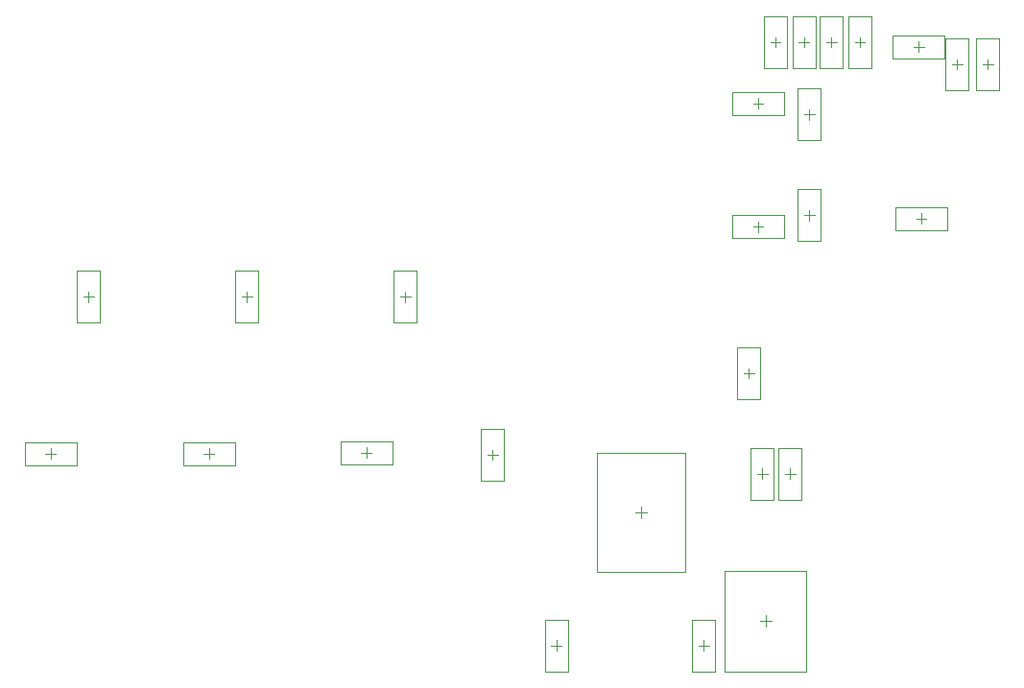
<source format=gbr>
%TF.GenerationSoftware,Altium Limited,Altium Designer,22.0.2 (36)*%
G04 Layer_Color=32768*
%FSLAX45Y45*%
%MOMM*%
%TF.SameCoordinates,D2D0E374-18DE-4B15-8EA8-0B9E4DC8859C*%
%TF.FilePolarity,Positive*%
%TF.FileFunction,Other,Mechanical_15*%
%TF.Part,Single*%
G01*
G75*
%TA.AperFunction,NonConductor*%
%ADD63C,0.10000*%
%ADD83C,0.05000*%
D63*
X8885000Y6717500D02*
X8975000D01*
X8930000Y6672500D02*
Y6762500D01*
X6997500Y2522500D02*
Y2622500D01*
X6947500Y2572500D02*
X7047500D01*
X7905000Y3796500D02*
X7995000D01*
X7950000Y3751500D02*
Y3841501D01*
X6207305Y1396120D02*
X6297304D01*
X6252304Y1351119D02*
Y1441120D01*
X1790042Y3042917D02*
Y3132917D01*
X1745042Y3087917D02*
X1835042D01*
X3187042Y3042917D02*
Y3132917D01*
X3142042Y3087917D02*
X3232042D01*
X9449734Y6633500D02*
Y6723500D01*
X9404734Y6678500D02*
X9494734D01*
X4574542Y3053800D02*
Y3143800D01*
X4529542Y3098800D02*
X4619542D01*
X8031500Y5045761D02*
Y5135761D01*
X7986500Y5090761D02*
X8076500D01*
X8031499Y6135760D02*
Y6225760D01*
X7986499Y6180760D02*
X8076499D01*
X8270835Y2910000D02*
X8360835D01*
X8315835Y2865000D02*
Y2955000D01*
X8070000Y2865000D02*
Y2955000D01*
X8025000Y2910000D02*
X8115000D01*
X7552684Y1351119D02*
Y1441120D01*
X7507685Y1396120D02*
X7597684D01*
X4874542Y4472355D02*
X4964542D01*
X4919542Y4427355D02*
Y4517355D01*
X3477542Y4472355D02*
X3567542D01*
X3522542Y4427355D02*
Y4517355D01*
X2080542Y4472355D02*
X2170542D01*
X2125542Y4427355D02*
Y4517355D01*
X10060000Y6480000D02*
Y6570000D01*
X10015000Y6525000D02*
X10105000D01*
X9425500Y5164760D02*
X9515500D01*
X9470500Y5119760D02*
Y5209760D01*
X8483619Y6035260D02*
Y6125260D01*
X8438619Y6080260D02*
X8528619D01*
X8483620Y5146260D02*
Y5236261D01*
X8438620Y5191260D02*
X8528620D01*
X8098284Y1562500D02*
Y1662500D01*
X8048284Y1612500D02*
X8148284D01*
X5690000Y3033600D02*
Y3123600D01*
X5645000Y3078600D02*
X5735000D01*
X8435000Y6672500D02*
Y6762500D01*
X8390000Y6717500D02*
X8480000D01*
X9742500Y6525000D02*
X9832500D01*
X9787500Y6480000D02*
Y6570000D01*
X8635000Y6717500D02*
X8725000D01*
X8680000Y6672500D02*
Y6762500D01*
X8140000Y6717500D02*
X8230000D01*
X8185000Y6672500D02*
Y6762500D01*
D83*
X9031600Y6488900D02*
Y6946100D01*
X8828400D02*
X9031600D01*
X8828400Y6488900D02*
X9031600D01*
X8828400D02*
Y6946100D01*
X6610000Y2047500D02*
X7385000D01*
X6610000Y3097500D02*
X7385000D01*
Y2047500D02*
Y3097500D01*
X6610000Y2047500D02*
Y3097500D01*
X8051600Y3567900D02*
Y4025100D01*
X7848400D02*
X8051600D01*
X7848400Y3567900D02*
X8051600D01*
X7848400D02*
Y4025100D01*
X6353904Y1167520D02*
Y1624720D01*
X6150704D02*
X6353904D01*
X6150704Y1167520D02*
X6353904D01*
X6150704D02*
Y1624720D01*
X1561442Y2986317D02*
X2018642D01*
X1561442Y3189517D02*
X2018642D01*
Y2986317D02*
Y3189517D01*
X1561442Y2986317D02*
Y3189517D01*
X2958442Y2986317D02*
X3415642D01*
X2958442Y3189517D02*
X3415642D01*
Y2986317D02*
Y3189517D01*
X2958442Y2986317D02*
Y3189517D01*
X9221134Y6576900D02*
X9678334D01*
X9221134Y6780100D02*
X9678334D01*
Y6576900D02*
Y6780100D01*
X9221134Y6576900D02*
Y6780100D01*
X4345942Y2997200D02*
X4803142D01*
X4345942Y3200400D02*
X4803142D01*
Y2997200D02*
Y3200400D01*
X4345942Y2997200D02*
Y3200400D01*
X7802900Y4989161D02*
X8260100D01*
X7802900Y5192361D02*
X8260100D01*
Y4989161D02*
Y5192361D01*
X7802900Y4989161D02*
Y5192361D01*
X7802899Y6079160D02*
X8260099D01*
X7802899Y6282360D02*
X8260099D01*
Y6079160D02*
Y6282360D01*
X7802899Y6079160D02*
Y6282360D01*
X8417435Y2681400D02*
Y3138600D01*
X8214235Y2681400D02*
Y3138600D01*
X8417435D01*
X8214235Y2681400D02*
X8417435D01*
X7968400Y3138600D02*
X8171600D01*
X7968400Y2681400D02*
X8171600D01*
Y3138600D01*
X7968400Y2681400D02*
Y3138600D01*
X7451084Y1167520D02*
X7654284D01*
X7451084Y1624720D02*
X7654284D01*
X7451084Y1167520D02*
Y1624720D01*
X7654284Y1167520D02*
Y1624720D01*
X4817942Y4243755D02*
Y4700955D01*
X5021142Y4243755D02*
Y4700955D01*
X4817942Y4243755D02*
X5021142D01*
X4817942Y4700955D02*
X5021142D01*
X3420942Y4243755D02*
Y4700955D01*
X3624142Y4243755D02*
Y4700955D01*
X3420942Y4243755D02*
X3624142D01*
X3420942Y4700955D02*
X3624142D01*
X2023942Y4243755D02*
Y4700955D01*
X2227142Y4243755D02*
Y4700955D01*
X2023942Y4243755D02*
X2227142D01*
X2023942Y4700955D02*
X2227142D01*
X9958400Y6753600D02*
X10161600D01*
X9958400Y6296400D02*
X10161600D01*
Y6753600D01*
X9958400Y6296400D02*
Y6753600D01*
X9699100Y5063160D02*
Y5266360D01*
X9241900Y5063160D02*
Y5266360D01*
Y5063160D02*
X9699100D01*
X9241900Y5266360D02*
X9699100D01*
X8382019Y5851660D02*
X8585219D01*
X8382019Y6308860D02*
X8585219D01*
X8382019Y5851660D02*
Y6308860D01*
X8585219Y5851660D02*
Y6308860D01*
X8382020Y5419860D02*
X8585220D01*
X8382020Y4962660D02*
X8585220D01*
Y5419860D01*
X8382020Y4962660D02*
Y5419860D01*
X7738284Y2057500D02*
X8458284D01*
X7738284Y1167500D02*
X8458284D01*
Y2057500D01*
X7738284Y1167500D02*
Y2057500D01*
X5588400Y3307200D02*
X5791600D01*
X5588400Y2850000D02*
X5791600D01*
Y3307200D01*
X5588400Y2850000D02*
Y3307200D01*
X8333400Y6946100D02*
X8536600D01*
X8333400Y6488900D02*
X8536600D01*
Y6946100D01*
X8333400Y6488900D02*
Y6946100D01*
X9889100Y6296400D02*
Y6753600D01*
X9685900Y6296400D02*
Y6753600D01*
X9889100D01*
X9685900Y6296400D02*
X9889100D01*
X8578400Y6488900D02*
Y6946100D01*
X8781600Y6488900D02*
Y6946100D01*
X8578400Y6488900D02*
X8781600D01*
X8578400Y6946100D02*
X8781600D01*
X8286600Y6488900D02*
Y6946100D01*
X8083400Y6488900D02*
Y6946100D01*
X8286600D01*
X8083400Y6488900D02*
X8286600D01*
%TF.MD5,71680914146a88f75368a65bc0a63dab*%
M02*

</source>
